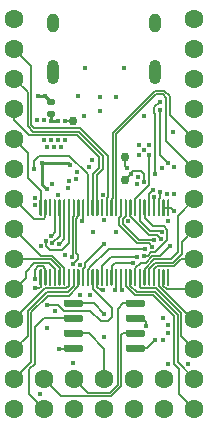
<source format=gbl>
G04 #@! TF.GenerationSoftware,KiCad,Pcbnew,5.1.9-1.fc33*
G04 #@! TF.CreationDate,2021-04-28T13:16:13+02:00*
G04 #@! TF.ProjectId,reDIP-SID,72654449-502d-4534-9944-2e6b69636164,0.2*
G04 #@! TF.SameCoordinates,PX5e28010PY8011a50*
G04 #@! TF.FileFunction,Copper,L4,Bot*
G04 #@! TF.FilePolarity,Positive*
%FSLAX46Y46*%
G04 Gerber Fmt 4.6, Leading zero omitted, Abs format (unit mm)*
G04 Created by KiCad (PCBNEW 5.1.9-1.fc33) date 2021-04-28 13:16:13*
%MOMM*%
%LPD*%
G01*
G04 APERTURE LIST*
G04 #@! TA.AperFunction,ComponentPad*
%ADD10O,1.000000X2.100000*%
G04 #@! TD*
G04 #@! TA.AperFunction,ComponentPad*
%ADD11O,1.000000X1.600000*%
G04 #@! TD*
G04 #@! TA.AperFunction,ComponentPad*
%ADD12C,1.600000*%
G04 #@! TD*
G04 #@! TA.AperFunction,SMDPad,CuDef*
%ADD13C,0.750000*%
G04 #@! TD*
G04 #@! TA.AperFunction,ViaPad*
%ADD14C,0.450000*%
G04 #@! TD*
G04 #@! TA.AperFunction,Conductor*
%ADD15C,0.150000*%
G04 #@! TD*
G04 #@! TA.AperFunction,Conductor*
%ADD16C,0.200000*%
G04 #@! TD*
G04 #@! TA.AperFunction,Conductor*
%ADD17C,0.250000*%
G04 #@! TD*
G04 APERTURE END LIST*
G04 #@! TO.P,U3,28*
G04 #@! TO.N,/ICE_~RES~*
G04 #@! TA.AperFunction,SMDPad,CuDef*
G36*
G01*
X3590000Y13090000D02*
X3590000Y11790000D01*
G75*
G02*
X3540000Y11740000I-50000J0D01*
G01*
X3440000Y11740000D01*
G75*
G02*
X3390000Y11790000I0J50000D01*
G01*
X3390000Y13090000D01*
G75*
G02*
X3440000Y13140000I50000J0D01*
G01*
X3540000Y13140000D01*
G75*
G02*
X3590000Y13090000I0J-50000D01*
G01*
G37*
G04 #@! TD.AperFunction*
G04 #@! TO.P,U3,29*
G04 #@! TO.N,/~RES~*
G04 #@! TA.AperFunction,SMDPad,CuDef*
G36*
G01*
X3590000Y18990000D02*
X3590000Y17690000D01*
G75*
G02*
X3540000Y17640000I-50000J0D01*
G01*
X3440000Y17640000D01*
G75*
G02*
X3390000Y17690000I0J50000D01*
G01*
X3390000Y18990000D01*
G75*
G02*
X3440000Y19040000I50000J0D01*
G01*
X3540000Y19040000D01*
G75*
G02*
X3590000Y18990000I0J-50000D01*
G01*
G37*
G04 #@! TD.AperFunction*
G04 #@! TO.P,U3,27*
G04 #@! TO.N,/ICE_R_~W~*
G04 #@! TA.AperFunction,SMDPad,CuDef*
G36*
G01*
X3990000Y13090000D02*
X3990000Y11790000D01*
G75*
G02*
X3940000Y11740000I-50000J0D01*
G01*
X3840000Y11740000D01*
G75*
G02*
X3790000Y11790000I0J50000D01*
G01*
X3790000Y13090000D01*
G75*
G02*
X3840000Y13140000I50000J0D01*
G01*
X3940000Y13140000D01*
G75*
G02*
X3990000Y13090000I0J-50000D01*
G01*
G37*
G04 #@! TD.AperFunction*
G04 #@! TO.P,U3,30*
G04 #@! TO.N,/R_~W~*
G04 #@! TA.AperFunction,SMDPad,CuDef*
G36*
G01*
X3990000Y18990000D02*
X3990000Y17690000D01*
G75*
G02*
X3940000Y17640000I-50000J0D01*
G01*
X3840000Y17640000D01*
G75*
G02*
X3790000Y17690000I0J50000D01*
G01*
X3790000Y18990000D01*
G75*
G02*
X3840000Y19040000I50000J0D01*
G01*
X3940000Y19040000D01*
G75*
G02*
X3990000Y18990000I0J-50000D01*
G01*
G37*
G04 #@! TD.AperFunction*
G04 #@! TO.P,U3,26*
G04 #@! TO.N,N/C*
G04 #@! TA.AperFunction,SMDPad,CuDef*
G36*
G01*
X4390000Y13090000D02*
X4390000Y11790000D01*
G75*
G02*
X4340000Y11740000I-50000J0D01*
G01*
X4240000Y11740000D01*
G75*
G02*
X4190000Y11790000I0J50000D01*
G01*
X4190000Y13090000D01*
G75*
G02*
X4240000Y13140000I50000J0D01*
G01*
X4340000Y13140000D01*
G75*
G02*
X4390000Y13090000I0J-50000D01*
G01*
G37*
G04 #@! TD.AperFunction*
G04 #@! TO.P,U3,31*
G04 #@! TA.AperFunction,SMDPad,CuDef*
G36*
G01*
X4390000Y18990000D02*
X4390000Y17690000D01*
G75*
G02*
X4340000Y17640000I-50000J0D01*
G01*
X4240000Y17640000D01*
G75*
G02*
X4190000Y17690000I0J50000D01*
G01*
X4190000Y18990000D01*
G75*
G02*
X4240000Y19040000I50000J0D01*
G01*
X4340000Y19040000D01*
G75*
G02*
X4390000Y18990000I0J-50000D01*
G01*
G37*
G04 #@! TD.AperFunction*
G04 #@! TO.P,U3,25*
G04 #@! TO.N,/A1*
G04 #@! TA.AperFunction,SMDPad,CuDef*
G36*
G01*
X4790000Y13090000D02*
X4790000Y11790000D01*
G75*
G02*
X4740000Y11740000I-50000J0D01*
G01*
X4640000Y11740000D01*
G75*
G02*
X4590000Y11790000I0J50000D01*
G01*
X4590000Y13090000D01*
G75*
G02*
X4640000Y13140000I50000J0D01*
G01*
X4740000Y13140000D01*
G75*
G02*
X4790000Y13090000I0J-50000D01*
G01*
G37*
G04 #@! TD.AperFunction*
G04 #@! TO.P,U3,32*
G04 #@! TO.N,/ICE_A1*
G04 #@! TA.AperFunction,SMDPad,CuDef*
G36*
G01*
X4790000Y18990000D02*
X4790000Y17690000D01*
G75*
G02*
X4740000Y17640000I-50000J0D01*
G01*
X4640000Y17640000D01*
G75*
G02*
X4590000Y17690000I0J50000D01*
G01*
X4590000Y18990000D01*
G75*
G02*
X4640000Y19040000I50000J0D01*
G01*
X4740000Y19040000D01*
G75*
G02*
X4790000Y18990000I0J-50000D01*
G01*
G37*
G04 #@! TD.AperFunction*
G04 #@! TO.P,U3,24*
G04 #@! TO.N,/A0*
G04 #@! TA.AperFunction,SMDPad,CuDef*
G36*
G01*
X5190000Y13090000D02*
X5190000Y11790000D01*
G75*
G02*
X5140000Y11740000I-50000J0D01*
G01*
X5040000Y11740000D01*
G75*
G02*
X4990000Y11790000I0J50000D01*
G01*
X4990000Y13090000D01*
G75*
G02*
X5040000Y13140000I50000J0D01*
G01*
X5140000Y13140000D01*
G75*
G02*
X5190000Y13090000I0J-50000D01*
G01*
G37*
G04 #@! TD.AperFunction*
G04 #@! TO.P,U3,33*
G04 #@! TO.N,/ICE_A0*
G04 #@! TA.AperFunction,SMDPad,CuDef*
G36*
G01*
X5190000Y18990000D02*
X5190000Y17690000D01*
G75*
G02*
X5140000Y17640000I-50000J0D01*
G01*
X5040000Y17640000D01*
G75*
G02*
X4990000Y17690000I0J50000D01*
G01*
X4990000Y18990000D01*
G75*
G02*
X5040000Y19040000I50000J0D01*
G01*
X5140000Y19040000D01*
G75*
G02*
X5190000Y18990000I0J-50000D01*
G01*
G37*
G04 #@! TD.AperFunction*
G04 #@! TO.P,U3,23*
G04 #@! TO.N,/~CS~*
G04 #@! TA.AperFunction,SMDPad,CuDef*
G36*
G01*
X5590000Y13090000D02*
X5590000Y11790000D01*
G75*
G02*
X5540000Y11740000I-50000J0D01*
G01*
X5440000Y11740000D01*
G75*
G02*
X5390000Y11790000I0J50000D01*
G01*
X5390000Y13090000D01*
G75*
G02*
X5440000Y13140000I50000J0D01*
G01*
X5540000Y13140000D01*
G75*
G02*
X5590000Y13090000I0J-50000D01*
G01*
G37*
G04 #@! TD.AperFunction*
G04 #@! TO.P,U3,34*
G04 #@! TO.N,/ICE_~CS~*
G04 #@! TA.AperFunction,SMDPad,CuDef*
G36*
G01*
X5590000Y18990000D02*
X5590000Y17690000D01*
G75*
G02*
X5540000Y17640000I-50000J0D01*
G01*
X5440000Y17640000D01*
G75*
G02*
X5390000Y17690000I0J50000D01*
G01*
X5390000Y18990000D01*
G75*
G02*
X5440000Y19040000I50000J0D01*
G01*
X5540000Y19040000D01*
G75*
G02*
X5590000Y18990000I0J-50000D01*
G01*
G37*
G04 #@! TD.AperFunction*
G04 #@! TO.P,U3,22*
G04 #@! TO.N,/A2*
G04 #@! TA.AperFunction,SMDPad,CuDef*
G36*
G01*
X5990000Y13090000D02*
X5990000Y11790000D01*
G75*
G02*
X5940000Y11740000I-50000J0D01*
G01*
X5840000Y11740000D01*
G75*
G02*
X5790000Y11790000I0J50000D01*
G01*
X5790000Y13090000D01*
G75*
G02*
X5840000Y13140000I50000J0D01*
G01*
X5940000Y13140000D01*
G75*
G02*
X5990000Y13090000I0J-50000D01*
G01*
G37*
G04 #@! TD.AperFunction*
G04 #@! TO.P,U3,35*
G04 #@! TO.N,/ICE_A2*
G04 #@! TA.AperFunction,SMDPad,CuDef*
G36*
G01*
X5990000Y18990000D02*
X5990000Y17690000D01*
G75*
G02*
X5940000Y17640000I-50000J0D01*
G01*
X5840000Y17640000D01*
G75*
G02*
X5790000Y17690000I0J50000D01*
G01*
X5790000Y18990000D01*
G75*
G02*
X5840000Y19040000I50000J0D01*
G01*
X5940000Y19040000D01*
G75*
G02*
X5990000Y18990000I0J-50000D01*
G01*
G37*
G04 #@! TD.AperFunction*
G04 #@! TO.P,U3,21*
G04 #@! TO.N,/A3*
G04 #@! TA.AperFunction,SMDPad,CuDef*
G36*
G01*
X6390000Y13090000D02*
X6390000Y11790000D01*
G75*
G02*
X6340000Y11740000I-50000J0D01*
G01*
X6240000Y11740000D01*
G75*
G02*
X6190000Y11790000I0J50000D01*
G01*
X6190000Y13090000D01*
G75*
G02*
X6240000Y13140000I50000J0D01*
G01*
X6340000Y13140000D01*
G75*
G02*
X6390000Y13090000I0J-50000D01*
G01*
G37*
G04 #@! TD.AperFunction*
G04 #@! TO.P,U3,36*
G04 #@! TO.N,/ICE_A3*
G04 #@! TA.AperFunction,SMDPad,CuDef*
G36*
G01*
X6390000Y18990000D02*
X6390000Y17690000D01*
G75*
G02*
X6340000Y17640000I-50000J0D01*
G01*
X6240000Y17640000D01*
G75*
G02*
X6190000Y17690000I0J50000D01*
G01*
X6190000Y18990000D01*
G75*
G02*
X6240000Y19040000I50000J0D01*
G01*
X6340000Y19040000D01*
G75*
G02*
X6390000Y18990000I0J-50000D01*
G01*
G37*
G04 #@! TD.AperFunction*
G04 #@! TO.P,U3,20*
G04 #@! TO.N,/A4*
G04 #@! TA.AperFunction,SMDPad,CuDef*
G36*
G01*
X6790000Y13090000D02*
X6790000Y11790000D01*
G75*
G02*
X6740000Y11740000I-50000J0D01*
G01*
X6640000Y11740000D01*
G75*
G02*
X6590000Y11790000I0J50000D01*
G01*
X6590000Y13090000D01*
G75*
G02*
X6640000Y13140000I50000J0D01*
G01*
X6740000Y13140000D01*
G75*
G02*
X6790000Y13090000I0J-50000D01*
G01*
G37*
G04 #@! TD.AperFunction*
G04 #@! TO.P,U3,37*
G04 #@! TO.N,/ICE_A4*
G04 #@! TA.AperFunction,SMDPad,CuDef*
G36*
G01*
X6790000Y18990000D02*
X6790000Y17690000D01*
G75*
G02*
X6740000Y17640000I-50000J0D01*
G01*
X6640000Y17640000D01*
G75*
G02*
X6590000Y17690000I0J50000D01*
G01*
X6590000Y18990000D01*
G75*
G02*
X6640000Y19040000I50000J0D01*
G01*
X6740000Y19040000D01*
G75*
G02*
X6790000Y18990000I0J-50000D01*
G01*
G37*
G04 #@! TD.AperFunction*
G04 #@! TO.P,U3,19*
G04 #@! TO.N,GND*
G04 #@! TA.AperFunction,SMDPad,CuDef*
G36*
G01*
X7190000Y13090000D02*
X7190000Y11790000D01*
G75*
G02*
X7140000Y11740000I-50000J0D01*
G01*
X7040000Y11740000D01*
G75*
G02*
X6990000Y11790000I0J50000D01*
G01*
X6990000Y13090000D01*
G75*
G02*
X7040000Y13140000I50000J0D01*
G01*
X7140000Y13140000D01*
G75*
G02*
X7190000Y13090000I0J-50000D01*
G01*
G37*
G04 #@! TD.AperFunction*
G04 #@! TO.P,U3,38*
G04 #@! TA.AperFunction,SMDPad,CuDef*
G36*
G01*
X7190000Y18990000D02*
X7190000Y17690000D01*
G75*
G02*
X7140000Y17640000I-50000J0D01*
G01*
X7040000Y17640000D01*
G75*
G02*
X6990000Y17690000I0J50000D01*
G01*
X6990000Y18990000D01*
G75*
G02*
X7040000Y19040000I50000J0D01*
G01*
X7140000Y19040000D01*
G75*
G02*
X7190000Y18990000I0J-50000D01*
G01*
G37*
G04 #@! TD.AperFunction*
G04 #@! TO.P,U3,18*
G04 #@! TO.N,/ICE_\u00D82*
G04 #@! TA.AperFunction,SMDPad,CuDef*
G36*
G01*
X7590000Y13090000D02*
X7590000Y11790000D01*
G75*
G02*
X7540000Y11740000I-50000J0D01*
G01*
X7440000Y11740000D01*
G75*
G02*
X7390000Y11790000I0J50000D01*
G01*
X7390000Y13090000D01*
G75*
G02*
X7440000Y13140000I50000J0D01*
G01*
X7540000Y13140000D01*
G75*
G02*
X7590000Y13090000I0J-50000D01*
G01*
G37*
G04 #@! TD.AperFunction*
G04 #@! TO.P,U3,39*
G04 #@! TO.N,/\u00D82*
G04 #@! TA.AperFunction,SMDPad,CuDef*
G36*
G01*
X7590000Y18990000D02*
X7590000Y17690000D01*
G75*
G02*
X7540000Y17640000I-50000J0D01*
G01*
X7440000Y17640000D01*
G75*
G02*
X7390000Y17690000I0J50000D01*
G01*
X7390000Y18990000D01*
G75*
G02*
X7440000Y19040000I50000J0D01*
G01*
X7540000Y19040000D01*
G75*
G02*
X7590000Y18990000I0J-50000D01*
G01*
G37*
G04 #@! TD.AperFunction*
G04 #@! TO.P,U3,17*
G04 #@! TO.N,+5V*
G04 #@! TA.AperFunction,SMDPad,CuDef*
G36*
G01*
X7990000Y13090000D02*
X7990000Y11790000D01*
G75*
G02*
X7940000Y11740000I-50000J0D01*
G01*
X7840000Y11740000D01*
G75*
G02*
X7790000Y11790000I0J50000D01*
G01*
X7790000Y13090000D01*
G75*
G02*
X7840000Y13140000I50000J0D01*
G01*
X7940000Y13140000D01*
G75*
G02*
X7990000Y13090000I0J-50000D01*
G01*
G37*
G04 #@! TD.AperFunction*
G04 #@! TO.P,U3,40*
G04 #@! TO.N,/A8*
G04 #@! TA.AperFunction,SMDPad,CuDef*
G36*
G01*
X7990000Y18990000D02*
X7990000Y17690000D01*
G75*
G02*
X7940000Y17640000I-50000J0D01*
G01*
X7840000Y17640000D01*
G75*
G02*
X7790000Y17690000I0J50000D01*
G01*
X7790000Y18990000D01*
G75*
G02*
X7840000Y19040000I50000J0D01*
G01*
X7940000Y19040000D01*
G75*
G02*
X7990000Y18990000I0J-50000D01*
G01*
G37*
G04 #@! TD.AperFunction*
G04 #@! TO.P,U3,16*
G04 #@! TO.N,/ICE_A8*
G04 #@! TA.AperFunction,SMDPad,CuDef*
G36*
G01*
X8390000Y13090000D02*
X8390000Y11790000D01*
G75*
G02*
X8340000Y11740000I-50000J0D01*
G01*
X8240000Y11740000D01*
G75*
G02*
X8190000Y11790000I0J50000D01*
G01*
X8190000Y13090000D01*
G75*
G02*
X8240000Y13140000I50000J0D01*
G01*
X8340000Y13140000D01*
G75*
G02*
X8390000Y13090000I0J-50000D01*
G01*
G37*
G04 #@! TD.AperFunction*
G04 #@! TO.P,U3,41*
G04 #@! TO.N,/A5*
G04 #@! TA.AperFunction,SMDPad,CuDef*
G36*
G01*
X8390000Y18990000D02*
X8390000Y17690000D01*
G75*
G02*
X8340000Y17640000I-50000J0D01*
G01*
X8240000Y17640000D01*
G75*
G02*
X8190000Y17690000I0J50000D01*
G01*
X8190000Y18990000D01*
G75*
G02*
X8240000Y19040000I50000J0D01*
G01*
X8340000Y19040000D01*
G75*
G02*
X8390000Y18990000I0J-50000D01*
G01*
G37*
G04 #@! TD.AperFunction*
G04 #@! TO.P,U3,15*
G04 #@! TO.N,/ICE_A5*
G04 #@! TA.AperFunction,SMDPad,CuDef*
G36*
G01*
X8790000Y13090000D02*
X8790000Y11790000D01*
G75*
G02*
X8740000Y11740000I-50000J0D01*
G01*
X8640000Y11740000D01*
G75*
G02*
X8590000Y11790000I0J50000D01*
G01*
X8590000Y13090000D01*
G75*
G02*
X8640000Y13140000I50000J0D01*
G01*
X8740000Y13140000D01*
G75*
G02*
X8790000Y13090000I0J-50000D01*
G01*
G37*
G04 #@! TD.AperFunction*
G04 #@! TO.P,U3,42*
G04 #@! TO.N,N/C*
G04 #@! TA.AperFunction,SMDPad,CuDef*
G36*
G01*
X8790000Y18990000D02*
X8790000Y17690000D01*
G75*
G02*
X8740000Y17640000I-50000J0D01*
G01*
X8640000Y17640000D01*
G75*
G02*
X8590000Y17690000I0J50000D01*
G01*
X8590000Y18990000D01*
G75*
G02*
X8640000Y19040000I50000J0D01*
G01*
X8740000Y19040000D01*
G75*
G02*
X8790000Y18990000I0J-50000D01*
G01*
G37*
G04 #@! TD.AperFunction*
G04 #@! TO.P,U3,14*
G04 #@! TA.AperFunction,SMDPad,CuDef*
G36*
G01*
X9190000Y13090000D02*
X9190000Y11790000D01*
G75*
G02*
X9140000Y11740000I-50000J0D01*
G01*
X9040000Y11740000D01*
G75*
G02*
X8990000Y11790000I0J50000D01*
G01*
X8990000Y13090000D01*
G75*
G02*
X9040000Y13140000I50000J0D01*
G01*
X9140000Y13140000D01*
G75*
G02*
X9190000Y13090000I0J-50000D01*
G01*
G37*
G04 #@! TD.AperFunction*
G04 #@! TO.P,U3,43*
G04 #@! TO.N,/~IO1~*
G04 #@! TA.AperFunction,SMDPad,CuDef*
G36*
G01*
X9190000Y18990000D02*
X9190000Y17690000D01*
G75*
G02*
X9140000Y17640000I-50000J0D01*
G01*
X9040000Y17640000D01*
G75*
G02*
X8990000Y17690000I0J50000D01*
G01*
X8990000Y18990000D01*
G75*
G02*
X9040000Y19040000I50000J0D01*
G01*
X9140000Y19040000D01*
G75*
G02*
X9190000Y18990000I0J-50000D01*
G01*
G37*
G04 #@! TD.AperFunction*
G04 #@! TO.P,U3,13*
G04 #@! TO.N,/ICE_~IO1~*
G04 #@! TA.AperFunction,SMDPad,CuDef*
G36*
G01*
X9590000Y13090000D02*
X9590000Y11790000D01*
G75*
G02*
X9540000Y11740000I-50000J0D01*
G01*
X9440000Y11740000D01*
G75*
G02*
X9390000Y11790000I0J50000D01*
G01*
X9390000Y13090000D01*
G75*
G02*
X9440000Y13140000I50000J0D01*
G01*
X9540000Y13140000D01*
G75*
G02*
X9590000Y13090000I0J-50000D01*
G01*
G37*
G04 #@! TD.AperFunction*
G04 #@! TO.P,U3,44*
G04 #@! TO.N,/POT_X*
G04 #@! TA.AperFunction,SMDPad,CuDef*
G36*
G01*
X9590000Y18990000D02*
X9590000Y17690000D01*
G75*
G02*
X9540000Y17640000I-50000J0D01*
G01*
X9440000Y17640000D01*
G75*
G02*
X9390000Y17690000I0J50000D01*
G01*
X9390000Y18990000D01*
G75*
G02*
X9440000Y19040000I50000J0D01*
G01*
X9540000Y19040000D01*
G75*
G02*
X9590000Y18990000I0J-50000D01*
G01*
G37*
G04 #@! TD.AperFunction*
G04 #@! TO.P,U3,12*
G04 #@! TO.N,/ICE_POT_X*
G04 #@! TA.AperFunction,SMDPad,CuDef*
G36*
G01*
X9990000Y13090000D02*
X9990000Y11790000D01*
G75*
G02*
X9940000Y11740000I-50000J0D01*
G01*
X9840000Y11740000D01*
G75*
G02*
X9790000Y11790000I0J50000D01*
G01*
X9790000Y13090000D01*
G75*
G02*
X9840000Y13140000I50000J0D01*
G01*
X9940000Y13140000D01*
G75*
G02*
X9990000Y13090000I0J-50000D01*
G01*
G37*
G04 #@! TD.AperFunction*
G04 #@! TO.P,U3,45*
G04 #@! TO.N,/POT_Y*
G04 #@! TA.AperFunction,SMDPad,CuDef*
G36*
G01*
X9990000Y18990000D02*
X9990000Y17690000D01*
G75*
G02*
X9940000Y17640000I-50000J0D01*
G01*
X9840000Y17640000D01*
G75*
G02*
X9790000Y17690000I0J50000D01*
G01*
X9790000Y18990000D01*
G75*
G02*
X9840000Y19040000I50000J0D01*
G01*
X9940000Y19040000D01*
G75*
G02*
X9990000Y18990000I0J-50000D01*
G01*
G37*
G04 #@! TD.AperFunction*
G04 #@! TO.P,U3,11*
G04 #@! TO.N,/ICE_POT_Y*
G04 #@! TA.AperFunction,SMDPad,CuDef*
G36*
G01*
X10390000Y13090000D02*
X10390000Y11790000D01*
G75*
G02*
X10340000Y11740000I-50000J0D01*
G01*
X10240000Y11740000D01*
G75*
G02*
X10190000Y11790000I0J50000D01*
G01*
X10190000Y13090000D01*
G75*
G02*
X10240000Y13140000I50000J0D01*
G01*
X10340000Y13140000D01*
G75*
G02*
X10390000Y13090000I0J-50000D01*
G01*
G37*
G04 #@! TD.AperFunction*
G04 #@! TO.P,U3,46*
G04 #@! TO.N,/ICE_D0*
G04 #@! TA.AperFunction,SMDPad,CuDef*
G36*
G01*
X10390000Y18990000D02*
X10390000Y17690000D01*
G75*
G02*
X10340000Y17640000I-50000J0D01*
G01*
X10240000Y17640000D01*
G75*
G02*
X10190000Y17690000I0J50000D01*
G01*
X10190000Y18990000D01*
G75*
G02*
X10240000Y19040000I50000J0D01*
G01*
X10340000Y19040000D01*
G75*
G02*
X10390000Y18990000I0J-50000D01*
G01*
G37*
G04 #@! TD.AperFunction*
G04 #@! TO.P,U3,10*
G04 #@! TO.N,/D0*
G04 #@! TA.AperFunction,SMDPad,CuDef*
G36*
G01*
X10790000Y13090000D02*
X10790000Y11790000D01*
G75*
G02*
X10740000Y11740000I-50000J0D01*
G01*
X10640000Y11740000D01*
G75*
G02*
X10590000Y11790000I0J50000D01*
G01*
X10590000Y13090000D01*
G75*
G02*
X10640000Y13140000I50000J0D01*
G01*
X10740000Y13140000D01*
G75*
G02*
X10790000Y13090000I0J-50000D01*
G01*
G37*
G04 #@! TD.AperFunction*
G04 #@! TO.P,U3,47*
G04 #@! TO.N,/ICE_D1*
G04 #@! TA.AperFunction,SMDPad,CuDef*
G36*
G01*
X10790000Y18990000D02*
X10790000Y17690000D01*
G75*
G02*
X10740000Y17640000I-50000J0D01*
G01*
X10640000Y17640000D01*
G75*
G02*
X10590000Y17690000I0J50000D01*
G01*
X10590000Y18990000D01*
G75*
G02*
X10640000Y19040000I50000J0D01*
G01*
X10740000Y19040000D01*
G75*
G02*
X10790000Y18990000I0J-50000D01*
G01*
G37*
G04 #@! TD.AperFunction*
G04 #@! TO.P,U3,9*
G04 #@! TO.N,/D1*
G04 #@! TA.AperFunction,SMDPad,CuDef*
G36*
G01*
X11190000Y13090000D02*
X11190000Y11790000D01*
G75*
G02*
X11140000Y11740000I-50000J0D01*
G01*
X11040000Y11740000D01*
G75*
G02*
X10990000Y11790000I0J50000D01*
G01*
X10990000Y13090000D01*
G75*
G02*
X11040000Y13140000I50000J0D01*
G01*
X11140000Y13140000D01*
G75*
G02*
X11190000Y13090000I0J-50000D01*
G01*
G37*
G04 #@! TD.AperFunction*
G04 #@! TO.P,U3,48*
G04 #@! TO.N,/ICE_D2*
G04 #@! TA.AperFunction,SMDPad,CuDef*
G36*
G01*
X11190000Y18990000D02*
X11190000Y17690000D01*
G75*
G02*
X11140000Y17640000I-50000J0D01*
G01*
X11040000Y17640000D01*
G75*
G02*
X10990000Y17690000I0J50000D01*
G01*
X10990000Y18990000D01*
G75*
G02*
X11040000Y19040000I50000J0D01*
G01*
X11140000Y19040000D01*
G75*
G02*
X11190000Y18990000I0J-50000D01*
G01*
G37*
G04 #@! TD.AperFunction*
G04 #@! TO.P,U3,8*
G04 #@! TO.N,GND*
G04 #@! TA.AperFunction,SMDPad,CuDef*
G36*
G01*
X11590000Y13090000D02*
X11590000Y11790000D01*
G75*
G02*
X11540000Y11740000I-50000J0D01*
G01*
X11440000Y11740000D01*
G75*
G02*
X11390000Y11790000I0J50000D01*
G01*
X11390000Y13090000D01*
G75*
G02*
X11440000Y13140000I50000J0D01*
G01*
X11540000Y13140000D01*
G75*
G02*
X11590000Y13090000I0J-50000D01*
G01*
G37*
G04 #@! TD.AperFunction*
G04 #@! TO.P,U3,49*
G04 #@! TA.AperFunction,SMDPad,CuDef*
G36*
G01*
X11590000Y18990000D02*
X11590000Y17690000D01*
G75*
G02*
X11540000Y17640000I-50000J0D01*
G01*
X11440000Y17640000D01*
G75*
G02*
X11390000Y17690000I0J50000D01*
G01*
X11390000Y18990000D01*
G75*
G02*
X11440000Y19040000I50000J0D01*
G01*
X11540000Y19040000D01*
G75*
G02*
X11590000Y18990000I0J-50000D01*
G01*
G37*
G04 #@! TD.AperFunction*
G04 #@! TO.P,U3,7*
G04 #@! TO.N,/D2*
G04 #@! TA.AperFunction,SMDPad,CuDef*
G36*
G01*
X11990000Y13090000D02*
X11990000Y11790000D01*
G75*
G02*
X11940000Y11740000I-50000J0D01*
G01*
X11840000Y11740000D01*
G75*
G02*
X11790000Y11790000I0J50000D01*
G01*
X11790000Y13090000D01*
G75*
G02*
X11840000Y13140000I50000J0D01*
G01*
X11940000Y13140000D01*
G75*
G02*
X11990000Y13090000I0J-50000D01*
G01*
G37*
G04 #@! TD.AperFunction*
G04 #@! TO.P,U3,50*
G04 #@! TO.N,/ICE_D7*
G04 #@! TA.AperFunction,SMDPad,CuDef*
G36*
G01*
X11990000Y18990000D02*
X11990000Y17690000D01*
G75*
G02*
X11940000Y17640000I-50000J0D01*
G01*
X11840000Y17640000D01*
G75*
G02*
X11790000Y17690000I0J50000D01*
G01*
X11790000Y18990000D01*
G75*
G02*
X11840000Y19040000I50000J0D01*
G01*
X11940000Y19040000D01*
G75*
G02*
X11990000Y18990000I0J-50000D01*
G01*
G37*
G04 #@! TD.AperFunction*
G04 #@! TO.P,U3,6*
G04 #@! TO.N,/D7*
G04 #@! TA.AperFunction,SMDPad,CuDef*
G36*
G01*
X12390000Y13090000D02*
X12390000Y11790000D01*
G75*
G02*
X12340000Y11740000I-50000J0D01*
G01*
X12240000Y11740000D01*
G75*
G02*
X12190000Y11790000I0J50000D01*
G01*
X12190000Y13090000D01*
G75*
G02*
X12240000Y13140000I50000J0D01*
G01*
X12340000Y13140000D01*
G75*
G02*
X12390000Y13090000I0J-50000D01*
G01*
G37*
G04 #@! TD.AperFunction*
G04 #@! TO.P,U3,51*
G04 #@! TO.N,/ICE_D6*
G04 #@! TA.AperFunction,SMDPad,CuDef*
G36*
G01*
X12390000Y18990000D02*
X12390000Y17690000D01*
G75*
G02*
X12340000Y17640000I-50000J0D01*
G01*
X12240000Y17640000D01*
G75*
G02*
X12190000Y17690000I0J50000D01*
G01*
X12190000Y18990000D01*
G75*
G02*
X12240000Y19040000I50000J0D01*
G01*
X12340000Y19040000D01*
G75*
G02*
X12390000Y18990000I0J-50000D01*
G01*
G37*
G04 #@! TD.AperFunction*
G04 #@! TO.P,U3,5*
G04 #@! TO.N,/D6*
G04 #@! TA.AperFunction,SMDPad,CuDef*
G36*
G01*
X12790000Y13090000D02*
X12790000Y11790000D01*
G75*
G02*
X12740000Y11740000I-50000J0D01*
G01*
X12640000Y11740000D01*
G75*
G02*
X12590000Y11790000I0J50000D01*
G01*
X12590000Y13090000D01*
G75*
G02*
X12640000Y13140000I50000J0D01*
G01*
X12740000Y13140000D01*
G75*
G02*
X12790000Y13090000I0J-50000D01*
G01*
G37*
G04 #@! TD.AperFunction*
G04 #@! TO.P,U3,52*
G04 #@! TO.N,/ICE_D5*
G04 #@! TA.AperFunction,SMDPad,CuDef*
G36*
G01*
X12790000Y18990000D02*
X12790000Y17690000D01*
G75*
G02*
X12740000Y17640000I-50000J0D01*
G01*
X12640000Y17640000D01*
G75*
G02*
X12590000Y17690000I0J50000D01*
G01*
X12590000Y18990000D01*
G75*
G02*
X12640000Y19040000I50000J0D01*
G01*
X12740000Y19040000D01*
G75*
G02*
X12790000Y18990000I0J-50000D01*
G01*
G37*
G04 #@! TD.AperFunction*
G04 #@! TO.P,U3,4*
G04 #@! TO.N,/D5*
G04 #@! TA.AperFunction,SMDPad,CuDef*
G36*
G01*
X13190000Y13090000D02*
X13190000Y11790000D01*
G75*
G02*
X13140000Y11740000I-50000J0D01*
G01*
X13040000Y11740000D01*
G75*
G02*
X12990000Y11790000I0J50000D01*
G01*
X12990000Y13090000D01*
G75*
G02*
X13040000Y13140000I50000J0D01*
G01*
X13140000Y13140000D01*
G75*
G02*
X13190000Y13090000I0J-50000D01*
G01*
G37*
G04 #@! TD.AperFunction*
G04 #@! TO.P,U3,53*
G04 #@! TO.N,/ICE_D3*
G04 #@! TA.AperFunction,SMDPad,CuDef*
G36*
G01*
X13190000Y18990000D02*
X13190000Y17690000D01*
G75*
G02*
X13140000Y17640000I-50000J0D01*
G01*
X13040000Y17640000D01*
G75*
G02*
X12990000Y17690000I0J50000D01*
G01*
X12990000Y18990000D01*
G75*
G02*
X13040000Y19040000I50000J0D01*
G01*
X13140000Y19040000D01*
G75*
G02*
X13190000Y18990000I0J-50000D01*
G01*
G37*
G04 #@! TD.AperFunction*
G04 #@! TO.P,U3,3*
G04 #@! TO.N,/D3*
G04 #@! TA.AperFunction,SMDPad,CuDef*
G36*
G01*
X13590000Y13090000D02*
X13590000Y11790000D01*
G75*
G02*
X13540000Y11740000I-50000J0D01*
G01*
X13440000Y11740000D01*
G75*
G02*
X13390000Y11790000I0J50000D01*
G01*
X13390000Y13090000D01*
G75*
G02*
X13440000Y13140000I50000J0D01*
G01*
X13540000Y13140000D01*
G75*
G02*
X13590000Y13090000I0J-50000D01*
G01*
G37*
G04 #@! TD.AperFunction*
G04 #@! TO.P,U3,54*
G04 #@! TO.N,/ICE_D4*
G04 #@! TA.AperFunction,SMDPad,CuDef*
G36*
G01*
X13590000Y18990000D02*
X13590000Y17690000D01*
G75*
G02*
X13540000Y17640000I-50000J0D01*
G01*
X13440000Y17640000D01*
G75*
G02*
X13390000Y17690000I0J50000D01*
G01*
X13390000Y18990000D01*
G75*
G02*
X13440000Y19040000I50000J0D01*
G01*
X13540000Y19040000D01*
G75*
G02*
X13590000Y18990000I0J-50000D01*
G01*
G37*
G04 #@! TD.AperFunction*
G04 #@! TO.P,U3,2*
G04 #@! TO.N,/D4*
G04 #@! TA.AperFunction,SMDPad,CuDef*
G36*
G01*
X13990000Y13090000D02*
X13990000Y11790000D01*
G75*
G02*
X13940000Y11740000I-50000J0D01*
G01*
X13840000Y11740000D01*
G75*
G02*
X13790000Y11790000I0J50000D01*
G01*
X13790000Y13090000D01*
G75*
G02*
X13840000Y13140000I50000J0D01*
G01*
X13940000Y13140000D01*
G75*
G02*
X13990000Y13090000I0J-50000D01*
G01*
G37*
G04 #@! TD.AperFunction*
G04 #@! TO.P,U3,55*
G04 #@! TO.N,GND*
G04 #@! TA.AperFunction,SMDPad,CuDef*
G36*
G01*
X13990000Y18990000D02*
X13990000Y17690000D01*
G75*
G02*
X13940000Y17640000I-50000J0D01*
G01*
X13840000Y17640000D01*
G75*
G02*
X13790000Y17690000I0J50000D01*
G01*
X13790000Y18990000D01*
G75*
G02*
X13840000Y19040000I50000J0D01*
G01*
X13940000Y19040000D01*
G75*
G02*
X13990000Y18990000I0J-50000D01*
G01*
G37*
G04 #@! TD.AperFunction*
G04 #@! TO.P,U3,1*
G04 #@! TO.N,N/C*
G04 #@! TA.AperFunction,SMDPad,CuDef*
G36*
G01*
X14390000Y13090000D02*
X14390000Y11790000D01*
G75*
G02*
X14340000Y11740000I-50000J0D01*
G01*
X14240000Y11740000D01*
G75*
G02*
X14190000Y11790000I0J50000D01*
G01*
X14190000Y13090000D01*
G75*
G02*
X14240000Y13140000I50000J0D01*
G01*
X14340000Y13140000D01*
G75*
G02*
X14390000Y13090000I0J-50000D01*
G01*
G37*
G04 #@! TD.AperFunction*
G04 #@! TO.P,U3,56*
G04 #@! TO.N,GND*
G04 #@! TA.AperFunction,SMDPad,CuDef*
G36*
G01*
X14390000Y18990000D02*
X14390000Y17690000D01*
G75*
G02*
X14340000Y17640000I-50000J0D01*
G01*
X14240000Y17640000D01*
G75*
G02*
X14190000Y17690000I0J50000D01*
G01*
X14190000Y18990000D01*
G75*
G02*
X14240000Y19040000I50000J0D01*
G01*
X14340000Y19040000D01*
G75*
G02*
X14390000Y18990000I0J-50000D01*
G01*
G37*
G04 #@! TD.AperFunction*
G04 #@! TD*
G04 #@! TO.P,JP1,2*
G04 #@! TO.N,+5V*
G04 #@! TA.AperFunction,SMDPad,CuDef*
G36*
G01*
X4185000Y26520000D02*
X4555000Y26520000D01*
G75*
G02*
X4690000Y26385000I0J-135000D01*
G01*
X4690000Y26115000D01*
G75*
G02*
X4555000Y25980000I-135000J0D01*
G01*
X4185000Y25980000D01*
G75*
G02*
X4050000Y26115000I0J135000D01*
G01*
X4050000Y26385000D01*
G75*
G02*
X4185000Y26520000I135000J0D01*
G01*
G37*
G04 #@! TD.AperFunction*
G04 #@! TO.P,JP1,1*
G04 #@! TO.N,VCC*
G04 #@! TA.AperFunction,SMDPad,CuDef*
G36*
G01*
X4185000Y27540000D02*
X4555000Y27540000D01*
G75*
G02*
X4690000Y27405000I0J-135000D01*
G01*
X4690000Y27135000D01*
G75*
G02*
X4555000Y27000000I-135000J0D01*
G01*
X4185000Y27000000D01*
G75*
G02*
X4050000Y27135000I0J135000D01*
G01*
X4050000Y27405000D01*
G75*
G02*
X4185000Y27540000I135000J0D01*
G01*
G37*
G04 #@! TD.AperFunction*
G04 #@! TD*
D10*
G04 #@! TO.P,J5,S1*
G04 #@! TO.N,GND*
X4570000Y29790000D03*
X13210000Y29790000D03*
D11*
X13210000Y33970000D03*
X4570000Y33970000D03*
G04 #@! TD*
D12*
G04 #@! TO.P,J4,10*
G04 #@! TO.N,/D0*
X16510000Y1270000D03*
G04 #@! TO.P,J4,9*
G04 #@! TO.N,/D1*
X16510000Y3810000D03*
G04 #@! TO.P,J4,8*
G04 #@! TO.N,/D2*
X16510000Y6350000D03*
G04 #@! TO.P,J4,7*
G04 #@! TO.N,/D3*
X16510000Y8890000D03*
G04 #@! TO.P,J4,6*
G04 #@! TO.N,/D4*
X16510000Y11430000D03*
G04 #@! TO.P,J4,5*
G04 #@! TO.N,/D5*
X16510000Y13970000D03*
G04 #@! TO.P,J4,4*
G04 #@! TO.N,/D6*
X16510000Y16510000D03*
G04 #@! TO.P,J4,3*
G04 #@! TO.N,/D7*
X16510000Y19050000D03*
G04 #@! TO.P,J4,2*
G04 #@! TO.N,/POT_Y*
X16510000Y21590000D03*
G04 #@! TO.P,J4,1*
G04 #@! TO.N,/POT_X*
X16510000Y24130000D03*
G04 #@! TD*
G04 #@! TO.P,J6,10*
G04 #@! TO.N,/SPI_SIO2*
X3810000Y1270000D03*
G04 #@! TO.P,J6,9*
G04 #@! TO.N,/SPI_SIO3*
X3810000Y3810000D03*
G04 #@! TO.P,J6,8*
G04 #@! TO.N,+3V3*
X6350000Y1270000D03*
G04 #@! TO.P,J6,7*
G04 #@! TO.N,/SPI_SIO0*
X6350000Y3810000D03*
G04 #@! TO.P,J6,6*
G04 #@! TO.N,GND*
X8890000Y1270000D03*
G04 #@! TO.P,J6,5*
G04 #@! TO.N,/SPI_SIO1*
X8890000Y3810000D03*
G04 #@! TO.P,J6,4*
G04 #@! TO.N,/~CRESET~*
X11430000Y1270000D03*
G04 #@! TO.P,J6,3*
G04 #@! TO.N,/SPI_SCLK*
X11430000Y3810000D03*
G04 #@! TO.P,J6,2*
G04 #@! TO.N,/CDONE*
X13970000Y1270000D03*
G04 #@! TO.P,J6,1*
G04 #@! TO.N,/SPI_FLASH_~CS~*
X13970000Y3810000D03*
G04 #@! TD*
G04 #@! TO.P,J3,10*
G04 #@! TO.N,GND*
X1270000Y1270000D03*
G04 #@! TO.P,J3,9*
G04 #@! TO.N,/A4*
X1270000Y3810000D03*
G04 #@! TO.P,J3,8*
G04 #@! TO.N,/A3*
X1270000Y6350000D03*
G04 #@! TO.P,J3,7*
G04 #@! TO.N,/A2*
X1270000Y8890000D03*
G04 #@! TO.P,J3,6*
G04 #@! TO.N,/A1*
X1270000Y11430000D03*
G04 #@! TO.P,J3,5*
G04 #@! TO.N,/A0*
X1270000Y13970000D03*
G04 #@! TO.P,J3,4*
G04 #@! TO.N,/~CS~*
X1270000Y16510000D03*
G04 #@! TO.P,J3,3*
G04 #@! TO.N,/R_~W~*
X1270000Y19050000D03*
G04 #@! TO.P,J3,2*
G04 #@! TO.N,/\u00D82*
X1270000Y21590000D03*
G04 #@! TO.P,J3,1*
G04 #@! TO.N,/~RES~*
X1270000Y24130000D03*
G04 #@! TD*
G04 #@! TO.P,U6,8*
G04 #@! TO.N,+3V3*
G04 #@! TA.AperFunction,SMDPad,CuDef*
G36*
G01*
X10690000Y6305000D02*
X10690000Y6605000D01*
G75*
G02*
X10840000Y6755000I150000J0D01*
G01*
X12190000Y6755000D01*
G75*
G02*
X12340000Y6605000I0J-150000D01*
G01*
X12340000Y6305000D01*
G75*
G02*
X12190000Y6155000I-150000J0D01*
G01*
X10840000Y6155000D01*
G75*
G02*
X10690000Y6305000I0J150000D01*
G01*
G37*
G04 #@! TD.AperFunction*
G04 #@! TO.P,U6,7*
G04 #@! TO.N,/SPI_SIO3*
G04 #@! TA.AperFunction,SMDPad,CuDef*
G36*
G01*
X10690000Y7575000D02*
X10690000Y7875000D01*
G75*
G02*
X10840000Y8025000I150000J0D01*
G01*
X12190000Y8025000D01*
G75*
G02*
X12340000Y7875000I0J-150000D01*
G01*
X12340000Y7575000D01*
G75*
G02*
X12190000Y7425000I-150000J0D01*
G01*
X10840000Y7425000D01*
G75*
G02*
X10690000Y7575000I0J150000D01*
G01*
G37*
G04 #@! TD.AperFunction*
G04 #@! TO.P,U6,6*
G04 #@! TO.N,/SPI_SCLK*
G04 #@! TA.AperFunction,SMDPad,CuDef*
G36*
G01*
X10690000Y8845000D02*
X10690000Y9145000D01*
G75*
G02*
X10840000Y9295000I150000J0D01*
G01*
X12190000Y9295000D01*
G75*
G02*
X12340000Y9145000I0J-150000D01*
G01*
X12340000Y8845000D01*
G75*
G02*
X12190000Y8695000I-150000J0D01*
G01*
X10840000Y8695000D01*
G75*
G02*
X10690000Y8845000I0J150000D01*
G01*
G37*
G04 #@! TD.AperFunction*
G04 #@! TO.P,U6,5*
G04 #@! TO.N,/SPI_SIO0*
G04 #@! TA.AperFunction,SMDPad,CuDef*
G36*
G01*
X10690000Y10115000D02*
X10690000Y10415000D01*
G75*
G02*
X10840000Y10565000I150000J0D01*
G01*
X12190000Y10565000D01*
G75*
G02*
X12340000Y10415000I0J-150000D01*
G01*
X12340000Y10115000D01*
G75*
G02*
X12190000Y9965000I-150000J0D01*
G01*
X10840000Y9965000D01*
G75*
G02*
X10690000Y10115000I0J150000D01*
G01*
G37*
G04 #@! TD.AperFunction*
G04 #@! TO.P,U6,4*
G04 #@! TO.N,GND*
G04 #@! TA.AperFunction,SMDPad,CuDef*
G36*
G01*
X5440000Y10115000D02*
X5440000Y10415000D01*
G75*
G02*
X5590000Y10565000I150000J0D01*
G01*
X6940000Y10565000D01*
G75*
G02*
X7090000Y10415000I0J-150000D01*
G01*
X7090000Y10115000D01*
G75*
G02*
X6940000Y9965000I-150000J0D01*
G01*
X5590000Y9965000D01*
G75*
G02*
X5440000Y10115000I0J150000D01*
G01*
G37*
G04 #@! TD.AperFunction*
G04 #@! TO.P,U6,3*
G04 #@! TO.N,/SPI_SIO2*
G04 #@! TA.AperFunction,SMDPad,CuDef*
G36*
G01*
X5440000Y8845000D02*
X5440000Y9145000D01*
G75*
G02*
X5590000Y9295000I150000J0D01*
G01*
X6940000Y9295000D01*
G75*
G02*
X7090000Y9145000I0J-150000D01*
G01*
X7090000Y8845000D01*
G75*
G02*
X6940000Y8695000I-150000J0D01*
G01*
X5590000Y8695000D01*
G75*
G02*
X5440000Y8845000I0J150000D01*
G01*
G37*
G04 #@! TD.AperFunction*
G04 #@! TO.P,U6,2*
G04 #@! TO.N,/SPI_SIO1*
G04 #@! TA.AperFunction,SMDPad,CuDef*
G36*
G01*
X5440000Y7575000D02*
X5440000Y7875000D01*
G75*
G02*
X5590000Y8025000I150000J0D01*
G01*
X6940000Y8025000D01*
G75*
G02*
X7090000Y7875000I0J-150000D01*
G01*
X7090000Y7575000D01*
G75*
G02*
X6940000Y7425000I-150000J0D01*
G01*
X5590000Y7425000D01*
G75*
G02*
X5440000Y7575000I0J150000D01*
G01*
G37*
G04 #@! TD.AperFunction*
G04 #@! TO.P,U6,1*
G04 #@! TO.N,/SPI_RAM_~CS~*
G04 #@! TA.AperFunction,SMDPad,CuDef*
G36*
G01*
X5440000Y6305000D02*
X5440000Y6605000D01*
G75*
G02*
X5590000Y6755000I150000J0D01*
G01*
X6940000Y6755000D01*
G75*
G02*
X7090000Y6605000I0J-150000D01*
G01*
X7090000Y6305000D01*
G75*
G02*
X6940000Y6155000I-150000J0D01*
G01*
X5590000Y6155000D01*
G75*
G02*
X5440000Y6305000I0J150000D01*
G01*
G37*
G04 #@! TD.AperFunction*
G04 #@! TD*
G04 #@! TO.P,J2,4*
G04 #@! TO.N,VCC*
X16510000Y26670000D03*
G04 #@! TO.P,J2,3*
G04 #@! TO.N,/EXT_IN*
X16510000Y29210000D03*
G04 #@! TO.P,J2,2*
G04 #@! TO.N,/AUDIO_OUT*
X16510000Y31750000D03*
G04 #@! TO.P,J2,1*
G04 #@! TO.N,/AUDIO_OUT_2*
X16510000Y34290000D03*
G04 #@! TD*
G04 #@! TO.P,J1,4*
G04 #@! TO.N,/A8*
X1270000Y26670000D03*
G04 #@! TO.P,J1,3*
G04 #@! TO.N,/A5*
X1270000Y29210000D03*
G04 #@! TO.P,J1,2*
G04 #@! TO.N,/~IO1~*
X1270000Y31750000D03*
G04 #@! TO.P,J1,1*
G04 #@! TO.N,+3V3*
X1270000Y34290000D03*
G04 #@! TD*
D13*
G04 #@! TO.P,TP3,1*
G04 #@! TO.N,/I2C_SDA_~BTN~*
X10590000Y22670000D03*
G04 #@! TD*
G04 #@! TO.P,TP2,1*
G04 #@! TO.N,/I2C_SCL_~LED~*
X10590000Y20670000D03*
G04 #@! TD*
G04 #@! TO.P,TP1,1*
G04 #@! TO.N,+1V2*
X6210000Y25710000D03*
G04 #@! TD*
D14*
G04 #@! TO.N,GND*
X14790000Y18100000D03*
X14790000Y19470000D03*
X12270000Y23250000D03*
X8890000Y7360000D03*
X7200000Y26120000D03*
X8890000Y9360000D03*
X12700000Y23670000D03*
X11850000Y22830000D03*
X12700000Y22830000D03*
X11850000Y23680000D03*
X9890000Y16300000D03*
X10900000Y17180000D03*
X8890000Y15290000D03*
X7900000Y16300000D03*
X7000000Y17180000D03*
X6260000Y5180000D03*
X14700000Y24730000D03*
X8740000Y19450000D03*
X3530000Y15080000D03*
X14450000Y15100000D03*
X14790000Y21800000D03*
X8890000Y17280000D03*
X2980000Y18570000D03*
X8550000Y26550000D03*
X4440000Y20340000D03*
X9900000Y27680000D03*
X13810000Y7130000D03*
X6680000Y27760000D03*
X13810000Y9030000D03*
X5550000Y24040000D03*
X4950000Y24040000D03*
X4350000Y24040000D03*
X3750000Y24040000D03*
X4050000Y23520000D03*
X4650000Y23520000D03*
X5250000Y23520000D03*
G04 #@! TO.N,+3V3*
X3620000Y22090000D03*
X14290000Y5080000D03*
X15990000Y5080000D03*
X3410000Y2540000D03*
X5990000Y21990000D03*
X4740000Y9620000D03*
X13170000Y7130000D03*
X12230000Y26130000D03*
X6830000Y13520000D03*
X13780000Y21740000D03*
X14270000Y17220000D03*
X3990000Y19890000D03*
X3750000Y25800000D03*
X3150000Y25800000D03*
X2980000Y19170000D03*
G04 #@! TO.N,+1V2*
X14150000Y19470000D03*
X5550000Y14300000D03*
X5550000Y25710000D03*
G04 #@! TO.N,VBUS*
X8490000Y27730000D03*
X10560000Y30170000D03*
X7220000Y30170000D03*
G04 #@! TO.N,/~CRESET~*
X11760000Y20970000D03*
G04 #@! TO.N,/CDONE*
X11640000Y20380000D03*
G04 #@! TO.N,/\u00D82*
X2930000Y21590000D03*
G04 #@! TO.N,/ICE_POT_X*
X9790000Y11350000D03*
G04 #@! TO.N,/ICE_POT_Y*
X10390000Y11350000D03*
G04 #@! TO.N,/ICE_A5*
X11640000Y14170000D03*
G04 #@! TO.N,/ICE_A8*
X8800000Y11350000D03*
G04 #@! TO.N,/ICE_~RES~*
X4050000Y8130000D03*
X4990000Y19420000D03*
X2970000Y11510000D03*
G04 #@! TO.N,/ICE_D4*
X13570000Y19630000D03*
G04 #@! TO.N,/ICE_D3*
X13090000Y19270000D03*
G04 #@! TO.N,/ICE_D2*
X13680000Y15700000D03*
G04 #@! TO.N,/ICE_D1*
X13080000Y15610000D03*
G04 #@! TO.N,/ICE_D0*
X12940000Y15020000D03*
G04 #@! TO.N,/ICE_A4*
X6230000Y13580000D03*
G04 #@! TO.N,/ICE_A3*
X6140000Y14180000D03*
G04 #@! TO.N,/ICE_\u00D82*
X12350000Y14880000D03*
G04 #@! TO.N,/ICE_A2*
X3910000Y15550000D03*
G04 #@! TO.N,/ICE_A1*
X4370000Y15940000D03*
G04 #@! TO.N,/ICE_A0*
X4480000Y15340000D03*
G04 #@! TO.N,/ICE_~CS~*
X5080000Y15240000D03*
G04 #@! TO.N,/ICE_R_~W~*
X2970000Y12320000D03*
G04 #@! TO.N,/ICE_D7*
X13770000Y16300000D03*
G04 #@! TO.N,/ICE_D6*
X12230000Y14290000D03*
G04 #@! TO.N,/ICE_D5*
X13020000Y19870000D03*
G04 #@! TO.N,+5V*
X4350000Y25710000D03*
X4060000Y10110000D03*
X4950000Y25710000D03*
G04 #@! TO.N,/ICE_~IO1~*
X11290000Y13680000D03*
G04 #@! TO.N,/SPI_RAM_~CS~*
X5070000Y6410000D03*
G04 #@! TO.N,/SPI_SIO3*
X5790000Y20030000D03*
G04 #@! TO.N,/SPI_SIO2*
X5890000Y20640000D03*
G04 #@! TO.N,/SPI_SIO0*
X7550000Y21800000D03*
G04 #@! TO.N,/SPI_SIO1*
X6490000Y20740000D03*
G04 #@! TO.N,/SPI_SCLK*
X12410000Y8360000D03*
X7850000Y22400000D03*
G04 #@! TO.N,Net-(C10-Pad2)*
X13560000Y26600000D03*
X14270000Y22100000D03*
G04 #@! TO.N,/SPI_FLASH_~CS~*
X7710000Y10950000D03*
X6810000Y10950000D03*
X6590000Y21340000D03*
G04 #@! TO.N,Net-(C9-Pad2)*
X13560000Y27300000D03*
X13210000Y21170000D03*
G04 #@! TO.N,/I2C_SCL_~LED~*
X14310000Y8430000D03*
X12230000Y20530000D03*
X11140000Y21210000D03*
G04 #@! TO.N,/I2C_SDA_~BTN~*
X14310000Y7730000D03*
X10780000Y21690000D03*
G04 #@! TO.N,VCC*
X3280000Y27770000D03*
X3880000Y27770000D03*
G04 #@! TD*
D15*
G04 #@! TO.N,GND*
X14290000Y18300000D02*
X13890000Y18300000D01*
D16*
X7090000Y17270000D02*
X7000000Y17180000D01*
X7090000Y18340000D02*
X7090000Y17270000D01*
X11490000Y19074886D02*
X11490000Y18340000D01*
X12705001Y22824999D02*
X12700000Y22830000D01*
X12705001Y20289887D02*
X12705001Y22824999D01*
X11490000Y19074886D02*
X12705001Y20289887D01*
X7985000Y10265000D02*
X8890000Y9360000D01*
X6265000Y10265000D02*
X7985000Y10265000D01*
D15*
X7090000Y13128924D02*
X7280000Y13318924D01*
X7090000Y12440000D02*
X7090000Y13128924D01*
X7280000Y13680000D02*
X8890000Y15290000D01*
X7280000Y13318924D02*
X7280000Y13680000D01*
X11490000Y12440000D02*
X11490000Y13200000D01*
X12378242Y13690000D02*
X12953282Y14265040D01*
X11980000Y13690000D02*
X12378242Y13690000D01*
X11490000Y13200000D02*
X11980000Y13690000D01*
X13615040Y14265040D02*
X14450000Y15100000D01*
X12953282Y14265040D02*
X13615040Y14265040D01*
X14550000Y18340000D02*
X14790000Y18100000D01*
X14290000Y18340000D02*
X14550000Y18340000D01*
D16*
G04 #@! TO.N,+3V3*
X12495000Y6455000D02*
X13170000Y7130000D01*
X11515000Y6455000D02*
X12495000Y6455000D01*
D17*
X3620000Y20260000D02*
X3620000Y22090000D01*
X3990000Y19890000D02*
X3620000Y20260000D01*
X5890000Y22090000D02*
X5990000Y21990000D01*
X3620000Y22090000D02*
X5890000Y22090000D01*
D15*
G04 #@! TO.N,+1V2*
X5550000Y25710000D02*
X6210000Y25710000D01*
G04 #@! TO.N,/POT_X*
X9490000Y19063810D02*
X9490000Y18340000D01*
X9589990Y19163800D02*
X9490000Y19063810D01*
X9589990Y24700270D02*
X9589990Y19163800D01*
X14440010Y27784268D02*
X13964269Y28260009D01*
X14440010Y26199990D02*
X14440010Y27784268D01*
X13149730Y28260010D02*
X9589990Y24700270D01*
X13964269Y28260009D02*
X13149730Y28260010D01*
X16510000Y24130000D02*
X14440010Y26199990D01*
G04 #@! TO.N,/POT_Y*
X9890000Y24576002D02*
X9890000Y18340000D01*
X13273998Y27960000D02*
X9890000Y24576002D01*
X13840000Y27960000D02*
X13273998Y27960000D01*
X14140000Y27660000D02*
X13840000Y27960000D01*
X14140000Y23960000D02*
X14140000Y27660000D01*
X16510000Y21590000D02*
X14140000Y23960000D01*
G04 #@! TO.N,/A5*
X8290000Y18300000D02*
X8290000Y18850000D01*
X2380000Y28100000D02*
X1270000Y29210000D01*
X2380000Y25245722D02*
X2380000Y28100000D01*
X2835710Y24790012D02*
X2380000Y25245722D01*
X6704267Y24790011D02*
X2835710Y24790012D01*
X8740009Y22754269D02*
X6704267Y24790011D01*
X8740010Y21595732D02*
X8740009Y22754269D01*
X8290000Y21145722D02*
X8740010Y21595732D01*
X8290000Y18340000D02*
X8290000Y21145722D01*
G04 #@! TO.N,/A8*
X1270000Y25760000D02*
X1270000Y26670000D01*
X2539999Y24490001D02*
X1270000Y25760000D01*
X6579999Y24490001D02*
X2539999Y24490001D01*
X8440000Y22630000D02*
X6579999Y24490001D01*
X8440000Y21720000D02*
X8440000Y22630000D01*
X7890000Y21170000D02*
X8440000Y21720000D01*
X7890000Y18340000D02*
X7890000Y21170000D01*
G04 #@! TO.N,/~RES~*
X2400000Y23000000D02*
X1270000Y24130000D01*
X2400000Y20813998D02*
X2400000Y23000000D01*
X3490000Y19723998D02*
X2400000Y20813998D01*
X3490000Y18340000D02*
X3490000Y19723998D01*
G04 #@! TO.N,/D4*
X14200468Y11430000D02*
X16510000Y11430000D01*
X13890000Y11740468D02*
X14200468Y11430000D01*
X13890000Y12440000D02*
X13890000Y11740468D01*
G04 #@! TO.N,/D3*
X13490000Y11716190D02*
X13490000Y12440000D01*
X16316190Y8890000D02*
X13490000Y11716190D01*
X16510000Y8890000D02*
X16316190Y8890000D01*
G04 #@! TO.N,/D2*
X15380000Y7480000D02*
X16510000Y6350000D01*
X11890000Y11610000D02*
X11985010Y11514990D01*
X11890000Y12440000D02*
X11890000Y11610000D01*
X15380000Y9401912D02*
X15380000Y7480000D01*
X13266922Y11514990D02*
X15380000Y9401912D01*
X11985010Y11514990D02*
X13266922Y11514990D01*
G04 #@! TO.N,/D1*
X15079990Y9277644D02*
X13142654Y11214980D01*
X15079991Y5240009D02*
X15079990Y9277644D01*
X16510000Y3810000D02*
X15079991Y5240009D01*
X13142654Y11214980D02*
X11615488Y11214980D01*
X11615488Y11214980D02*
X11090000Y11740468D01*
X11090000Y11740468D02*
X11090000Y12440000D01*
G04 #@! TO.N,/D0*
X14779982Y9153374D02*
X13018386Y10914970D01*
X14779982Y5115740D02*
X14779982Y9153374D01*
X15237861Y4657861D02*
X14779982Y5115740D01*
X15237861Y2542139D02*
X15237861Y4657861D01*
X16510000Y1270000D02*
X15237861Y2542139D01*
X13018386Y10914970D02*
X11491220Y10914970D01*
X10690000Y11716190D02*
X10690000Y12440000D01*
X11491220Y10914970D02*
X10690000Y11716190D01*
G04 #@! TO.N,/A4*
X2700000Y5240000D02*
X1270000Y3810000D01*
X2700000Y9471444D02*
X2700000Y5240000D01*
X4128536Y10899980D02*
X2700000Y9471444D01*
X5898068Y10899980D02*
X4128536Y10899980D01*
X6690000Y11691912D02*
X5898068Y10899980D01*
X6690000Y12440000D02*
X6690000Y11691912D01*
G04 #@! TO.N,/A3*
X2400000Y9595722D02*
X2400000Y7480000D01*
X4019258Y11214980D02*
X2400000Y9595722D01*
X5788790Y11214980D02*
X4019258Y11214980D01*
X6290000Y11716190D02*
X5788790Y11214980D01*
X6290000Y12440000D02*
X6290000Y11716190D01*
X1270000Y6350000D02*
X2400000Y7480000D01*
G04 #@! TO.N,/\u00D82*
X7490000Y18340000D02*
X7490000Y21160000D01*
X7490000Y21160000D02*
X5900000Y22750000D01*
X5900000Y22750000D02*
X3370000Y22750000D01*
X3370000Y22750000D02*
X2930000Y22310000D01*
X2930000Y21590000D02*
X2930000Y22310000D01*
G04 #@! TO.N,/A2*
X5890000Y11740468D02*
X5664522Y11514990D01*
X5890000Y12440000D02*
X5890000Y11740468D01*
X5664522Y11514990D02*
X3894990Y11514990D01*
X3894990Y11514990D02*
X1270000Y8890000D01*
G04 #@! TO.N,/A1*
X2219989Y12379989D02*
X1270000Y11430000D01*
X4690000Y12440000D02*
X4690000Y13188088D01*
X4690000Y13188088D02*
X4213068Y13665020D01*
X2965020Y13665020D02*
X2219989Y12919989D01*
X4213068Y13665020D02*
X2965020Y13665020D01*
X2219989Y12919989D02*
X2219989Y12379989D01*
G04 #@! TO.N,/A0*
X5090000Y13212366D02*
X5090000Y12440000D01*
X4332366Y13970000D02*
X5090000Y13212366D01*
X1270000Y13970000D02*
X4332366Y13970000D01*
G04 #@! TO.N,/~CS~*
X5490000Y12440000D02*
X5490000Y13239720D01*
X5486924Y13239720D02*
X4456634Y14270010D01*
X5490000Y13239720D02*
X5486924Y13239720D01*
X4456634Y14270010D02*
X3509990Y14270010D01*
X1270000Y16510000D02*
X3509990Y14270010D01*
G04 #@! TO.N,/R_~W~*
X2905010Y17414990D02*
X1270000Y19050000D01*
X2905010Y17414990D02*
X3744990Y17414990D01*
X3890000Y17560000D02*
X3890000Y18340000D01*
X3744990Y17414990D02*
X3890000Y17560000D01*
G04 #@! TO.N,/D7*
X12290000Y13177480D02*
X13077550Y13965030D01*
X12290000Y12440000D02*
X12290000Y13177480D01*
X13077550Y13965030D02*
X14536474Y13965030D01*
X15129990Y17669990D02*
X16510000Y19050000D01*
X15129990Y14558546D02*
X15129990Y17669990D01*
X14536474Y13965030D02*
X15129990Y14558546D01*
G04 #@! TO.N,/D6*
X12690000Y13153202D02*
X13201818Y13665020D01*
X12690000Y12440000D02*
X12690000Y13153202D01*
X14660742Y13665020D02*
X15430000Y14434278D01*
X13201818Y13665020D02*
X14660742Y13665020D01*
X15430000Y15430000D02*
X16510000Y16510000D01*
X15430000Y14434278D02*
X15430000Y15430000D01*
G04 #@! TO.N,/D5*
X14785010Y13365010D02*
X15390000Y13970000D01*
X13326086Y13365010D02*
X14785010Y13365010D01*
X15390000Y13970000D02*
X16510000Y13970000D01*
X13090000Y13128924D02*
X13326086Y13365010D01*
X13090000Y12440000D02*
X13090000Y13128924D01*
G04 #@! TO.N,/ICE_POT_X*
X9890000Y11450000D02*
X9790000Y11350000D01*
X9890000Y12440000D02*
X9890000Y11450000D01*
G04 #@! TO.N,/ICE_POT_Y*
X10290000Y11450000D02*
X10390000Y11350000D01*
X10290000Y12440000D02*
X10290000Y11450000D01*
G04 #@! TO.N,/ICE_A5*
X8690000Y13420000D02*
X8690000Y12440000D01*
X9440000Y14170000D02*
X8690000Y13420000D01*
X11640000Y14170000D02*
X9440000Y14170000D01*
G04 #@! TO.N,/ICE_A8*
X8290000Y11660000D02*
X8290000Y12440000D01*
X8600000Y11350000D02*
X8290000Y11660000D01*
X8700000Y11350000D02*
X8600000Y11350000D01*
G04 #@! TO.N,/ICE_~RES~*
X2970000Y11510000D02*
X3340000Y11510000D01*
X3490000Y11660000D02*
X3490000Y12440000D01*
X3340000Y11510000D02*
X3490000Y11660000D01*
G04 #@! TO.N,/ICE_D4*
X13490000Y19039532D02*
X13600000Y19149532D01*
X13490000Y18340000D02*
X13490000Y19039532D01*
X13600000Y19600000D02*
X13570000Y19630000D01*
X13600000Y19149532D02*
X13600000Y19600000D01*
G04 #@! TO.N,/ICE_D3*
X13090000Y18340000D02*
X13090000Y19270000D01*
G04 #@! TO.N,/ICE_D2*
X13319999Y16060001D02*
X13680000Y15700000D01*
X12660000Y16060001D02*
X13319999Y16060001D01*
X11090000Y17630001D02*
X12660000Y16060001D01*
X11090000Y18340000D02*
X11090000Y17630001D01*
G04 #@! TO.N,/ICE_D1*
X13059989Y15630011D02*
X13080000Y15610000D01*
X11783987Y15630011D02*
X13059989Y15630011D01*
X10449999Y16963999D02*
X11783987Y15630011D01*
X10450000Y17376190D02*
X10449999Y16963999D01*
X10690000Y17616190D02*
X10450000Y17376190D01*
X10690000Y18340000D02*
X10690000Y17616190D01*
G04 #@! TO.N,/ICE_D0*
X11659719Y15330001D02*
X12629999Y15330001D01*
X10149990Y16839730D02*
X11659719Y15330001D01*
X12629999Y15330001D02*
X12940000Y15020000D01*
X10290000Y17640468D02*
X10149991Y17500457D01*
X10149991Y17500457D02*
X10149990Y16839730D01*
X10290000Y18340000D02*
X10290000Y17640468D01*
G04 #@! TO.N,/ICE_A4*
X6630000Y13980000D02*
X6230000Y13580000D01*
X6630000Y14356002D02*
X6630000Y13980000D01*
X6490020Y14495982D02*
X6630000Y14356002D01*
X6490020Y17405742D02*
X6490020Y14495982D01*
X6690000Y17605722D02*
X6490020Y17405742D01*
X6690000Y18340000D02*
X6690000Y17605722D01*
G04 #@! TO.N,/ICE_A3*
X6190010Y17530010D02*
X6190010Y14230010D01*
X6190010Y14230010D02*
X6140000Y14180000D01*
X6290000Y17630000D02*
X6190010Y17530010D01*
X6290000Y18340000D02*
X6290000Y17630000D01*
G04 #@! TO.N,/ICE_\u00D82*
X7490000Y13104646D02*
X7490000Y12440000D01*
X7564990Y13179636D02*
X7490000Y13104646D01*
X9241076Y14880000D02*
X7564990Y13203914D01*
X7564990Y13203914D02*
X7564990Y13179636D01*
X12350000Y14880000D02*
X9241076Y14880000D01*
G04 #@! TO.N,/ICE_A2*
X3980001Y15479999D02*
X3910000Y15550000D01*
X4270001Y14789999D02*
X3980001Y15079999D01*
X5296001Y14789999D02*
X4270001Y14789999D01*
X5890000Y15383998D02*
X5296001Y14789999D01*
X3980001Y15079999D02*
X3980001Y15479999D01*
X5890000Y18340000D02*
X5890000Y15383998D01*
G04 #@! TO.N,/ICE_A1*
X4690000Y16260000D02*
X4690000Y18300000D01*
X4410000Y15980000D02*
X4690000Y16260000D01*
G04 #@! TO.N,/ICE_A0*
X5090000Y15950000D02*
X5090000Y18300000D01*
X4480000Y15340000D02*
X5090000Y15950000D01*
G04 #@! TO.N,/ICE_~CS~*
X5490000Y15650000D02*
X5490000Y18300000D01*
X5110000Y15270000D02*
X5490000Y15650000D01*
G04 #@! TO.N,/ICE_R_~W~*
X3890000Y13139532D02*
X3890000Y12440000D01*
X3664522Y13365010D02*
X3890000Y13139532D01*
X3305010Y13365010D02*
X3664522Y13365010D01*
X2970000Y13030000D02*
X3305010Y13365010D01*
X2970000Y13030000D02*
X2970000Y12320000D01*
G04 #@! TO.N,/ICE_D7*
X13709989Y16360011D02*
X13770000Y16300000D01*
X12784268Y16360011D02*
X13709989Y16360011D01*
X11890000Y17254279D02*
X12784268Y16360011D01*
X11890000Y18300000D02*
X11890000Y17254279D01*
G04 #@! TO.N,/ICE_D6*
X12290000Y17484278D02*
X12290000Y18300000D01*
X13946003Y16769999D02*
X13004279Y16769999D01*
X14230000Y16486002D02*
X13946003Y16769999D01*
X13211052Y14565050D02*
X14230000Y15583998D01*
X13004279Y16769999D02*
X12290000Y17484278D01*
X14230000Y15583998D02*
X14230000Y16486002D01*
X12829014Y14565050D02*
X13211052Y14565050D01*
X12553964Y14290000D02*
X12829014Y14565050D01*
X12230000Y14290000D02*
X12553964Y14290000D01*
G04 #@! TO.N,/ICE_D5*
X12639999Y19489999D02*
X13020000Y19870000D01*
X12639999Y19053999D02*
X12639999Y19489999D01*
X12690000Y19003998D02*
X12639999Y19053999D01*
X12690000Y18340000D02*
X12690000Y19003998D01*
D17*
G04 #@! TO.N,+5V*
X4370000Y25730000D02*
X4350000Y25710000D01*
X4370000Y26250000D02*
X4370000Y25730000D01*
X4350000Y25710000D02*
X4950000Y25710000D01*
D16*
X5450000Y9630000D02*
X4970000Y10110000D01*
X7670000Y9630000D02*
X5450000Y9630000D01*
X9190000Y8710000D02*
X8590000Y8710000D01*
X9550000Y9070000D02*
X9190000Y8710000D01*
X4970000Y10110000D02*
X4060000Y10110000D01*
X9550000Y9813002D02*
X9550000Y9070000D01*
X7890000Y11473002D02*
X9550000Y9813002D01*
X8590000Y8710000D02*
X7670000Y9630000D01*
X7890000Y12440000D02*
X7890000Y11473002D01*
D15*
G04 #@! TO.N,/~IO1~*
X2680010Y30339990D02*
X1270000Y31750000D01*
X2680010Y25369990D02*
X2680010Y30339990D01*
X2959979Y25090021D02*
X2680010Y25369990D01*
X9190001Y22728555D02*
X6828535Y25090021D01*
X6828535Y25090021D02*
X2959979Y25090021D01*
X9190001Y19240001D02*
X9190001Y22728555D01*
X9090000Y19140000D02*
X9190001Y19240001D01*
X9090000Y18340000D02*
X9090000Y19140000D01*
G04 #@! TO.N,/ICE_~IO1~*
X9490000Y13370000D02*
X9490000Y12440000D01*
X9800000Y13680000D02*
X9490000Y13370000D01*
X11290000Y13680000D02*
X9800000Y13680000D01*
G04 #@! TO.N,/SPI_RAM_~CS~*
X6260000Y6410000D02*
X6265000Y6405000D01*
X5090000Y6410000D02*
X6260000Y6410000D01*
G04 #@! TO.N,/SPI_SIO3*
X5250010Y2369990D02*
X3810000Y3810000D01*
X9454268Y2369990D02*
X5250010Y2369990D01*
X10310009Y3225731D02*
X9454268Y2369990D01*
X10310009Y7530009D02*
X10310009Y3225731D01*
X10495000Y7715000D02*
X10310009Y7530009D01*
X11515000Y7715000D02*
X10495000Y7715000D01*
G04 #@! TO.N,/SPI_SIO2*
X2540000Y2540000D02*
X3810000Y1270000D01*
X2540000Y4655722D02*
X2540000Y2540000D01*
X3000009Y5115731D02*
X2540000Y4655722D01*
X3000010Y8210010D02*
X3000009Y5115731D01*
X3775000Y8985000D02*
X3000010Y8210010D01*
X6265000Y8985000D02*
X3775000Y8985000D01*
G04 #@! TO.N,/SPI_SIO0*
X9330000Y2670000D02*
X7490000Y2670000D01*
X10010000Y3350000D02*
X9330000Y2670000D01*
X10009999Y9769999D02*
X10010000Y3350000D01*
X7490000Y2670000D02*
X6350000Y3810000D01*
X10495000Y10255000D02*
X10009999Y9769999D01*
X11515000Y10255000D02*
X10495000Y10255000D01*
G04 #@! TO.N,/SPI_SIO1*
X8890000Y6410000D02*
X8890000Y3810000D01*
X7585000Y7715000D02*
X8890000Y6410000D01*
X6265000Y7715000D02*
X7585000Y7715000D01*
G04 #@! TO.N,/SPI_SCLK*
X12410000Y8360000D02*
X12410000Y8630000D01*
X12045000Y8995000D02*
X11515000Y8995000D01*
X12410000Y8630000D02*
X12045000Y8995000D01*
G04 #@! TO.N,Net-(C10-Pad2)*
X13560000Y26600000D02*
X13560000Y22810000D01*
X13560000Y22810000D02*
X14270000Y22100000D01*
G04 #@! TO.N,/SPI_FLASH_~CS~*
X6935346Y10950000D02*
X6810000Y10950000D01*
G04 #@! TO.N,Net-(C9-Pad2)*
X13210000Y26283998D02*
X13210000Y21170000D01*
X13109999Y26383999D02*
X13210000Y26283998D01*
X13109999Y26849999D02*
X13109999Y26383999D01*
X13560000Y27300000D02*
X13109999Y26849999D01*
G04 #@! TO.N,/I2C_SCL_~LED~*
X11350001Y21420001D02*
X11140000Y21210000D01*
X11976001Y21420001D02*
X11350001Y21420001D01*
X12230000Y21166002D02*
X11976001Y21420001D01*
X12230000Y20530000D02*
X12230000Y21166002D01*
X11130000Y21210000D02*
X10590000Y20670000D01*
X11140000Y21210000D02*
X11130000Y21210000D01*
G04 #@! TO.N,/I2C_SDA_~BTN~*
X10590000Y21880000D02*
X10780000Y21690000D01*
X10590000Y22670000D02*
X10590000Y21880000D01*
D17*
G04 #@! TO.N,VCC*
X3280000Y27770000D02*
X3880000Y27770000D01*
X4370000Y27280000D02*
X3880000Y27770000D01*
X4370000Y27270000D02*
X4370000Y27280000D01*
G04 #@! TD*
M02*

</source>
